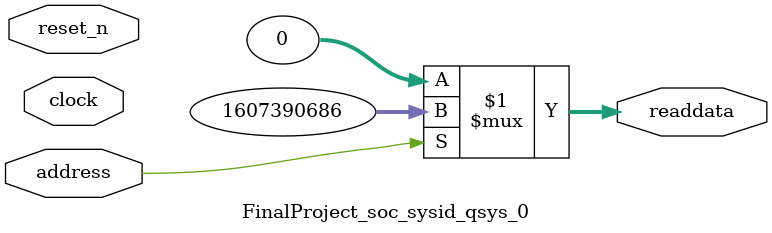
<source format=v>



// synthesis translate_off
`timescale 1ns / 1ps
// synthesis translate_on

// turn off superfluous verilog processor warnings 
// altera message_level Level1 
// altera message_off 10034 10035 10036 10037 10230 10240 10030 

module FinalProject_soc_sysid_qsys_0 (
               // inputs:
                address,
                clock,
                reset_n,

               // outputs:
                readdata
             )
;

  output  [ 31: 0] readdata;
  input            address;
  input            clock;
  input            reset_n;

  wire    [ 31: 0] readdata;
  //control_slave, which is an e_avalon_slave
  assign readdata = address ? 1607390686 : 0;

endmodule



</source>
